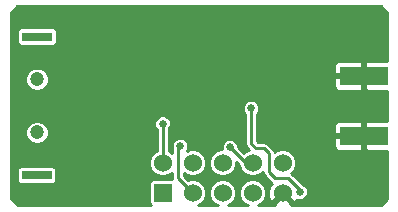
<source format=gbl>
G04 (created by PCBNEW (2013-07-07 BZR 4022)-stable) date 2015/9/10 11:53:31*
%MOIN*%
G04 Gerber Fmt 3.4, Leading zero omitted, Abs format*
%FSLAX34Y34*%
G01*
G70*
G90*
G04 APERTURE LIST*
%ADD10C,0.00590551*%
%ADD11R,0.16X0.06*%
%ADD12R,0.06X0.06*%
%ADD13C,0.06*%
%ADD14R,0.1024X0.0315*%
%ADD15C,0.0472*%
%ADD16C,0.025*%
%ADD17C,0.01*%
G04 APERTURE END LIST*
G54D10*
G54D11*
X12028Y-2543D03*
X12028Y-4543D03*
G54D12*
X5323Y-6445D03*
G54D13*
X5323Y-5445D03*
X6323Y-6445D03*
X6323Y-5445D03*
X7323Y-6445D03*
X7323Y-5445D03*
X8323Y-6445D03*
X8323Y-5445D03*
X9323Y-6445D03*
X9323Y-5445D03*
G54D14*
X1132Y-1232D03*
X1117Y-5854D03*
G54D15*
X1132Y-2657D03*
X1132Y-4429D03*
G54D16*
X7559Y-4921D03*
X5315Y-4134D03*
X5906Y-4882D03*
X2520Y-1732D03*
X7323Y-2874D03*
X6457Y-4764D03*
X10039Y-2953D03*
X5157Y-2402D03*
X11300Y-5400D03*
X4331Y-3386D03*
X3701Y-6260D03*
X9900Y-400D03*
X12400Y-900D03*
X7795Y-787D03*
X9823Y-3799D03*
X9800Y-1300D03*
X4685Y-2087D03*
X6181Y-1063D03*
X11772Y-6417D03*
X3425Y-906D03*
X10433Y-2953D03*
X8071Y-984D03*
X10900Y-400D03*
X9055Y-3543D03*
X10433Y-3346D03*
X7992Y-2756D03*
X12700Y-5400D03*
X12400Y-1900D03*
X10300Y-1700D03*
X10800Y-5400D03*
X12700Y-5900D03*
X12300Y-6700D03*
X12300Y-5400D03*
X10800Y-4900D03*
X10827Y-3740D03*
X11772Y-6732D03*
X12700Y-6400D03*
X9800Y-1700D03*
X11400Y-1900D03*
X10236Y-4134D03*
X6732Y-787D03*
X11800Y-5400D03*
X12400Y-400D03*
X8622Y-3189D03*
X10039Y-3543D03*
X2795Y-2165D03*
X12400Y-1400D03*
X4961Y-1850D03*
X9449Y-433D03*
X11400Y-400D03*
X10400Y-400D03*
X9800Y-900D03*
X11900Y-400D03*
X5362Y-3201D03*
X7087Y-945D03*
X8696Y-1490D03*
X11900Y-1900D03*
X10800Y-4400D03*
X4882Y-3386D03*
X2480Y-5433D03*
X8268Y-3622D03*
X9882Y-6417D03*
G54D17*
X8083Y-5445D02*
X8323Y-5445D01*
X7559Y-4921D02*
X8083Y-5445D01*
X5315Y-4134D02*
X5323Y-4142D01*
X5323Y-4142D02*
X5323Y-5445D01*
X5827Y-5949D02*
X6323Y-6445D01*
X5906Y-4882D02*
X5827Y-4961D01*
X5827Y-4961D02*
X5827Y-5949D01*
X10433Y-2953D02*
X10433Y-3346D01*
X12400Y-1900D02*
X12400Y-1400D01*
X10039Y-3543D02*
X10039Y-2953D01*
X12700Y-6400D02*
X12400Y-6700D01*
X10827Y-3740D02*
X10768Y-3799D01*
X9800Y-1300D02*
X9800Y-900D01*
X10768Y-3799D02*
X9823Y-3799D01*
X10800Y-5400D02*
X11300Y-5400D01*
X9867Y-433D02*
X9449Y-433D01*
X12400Y-6700D02*
X12300Y-6700D01*
X11800Y-5400D02*
X12300Y-5400D01*
X12400Y-900D02*
X12400Y-400D01*
X8696Y-1490D02*
X8694Y-1488D01*
X12700Y-5400D02*
X12700Y-5900D01*
X10800Y-4400D02*
X10800Y-4900D01*
X11900Y-400D02*
X11400Y-400D01*
X10300Y-1700D02*
X9800Y-1700D01*
X11400Y-1900D02*
X11900Y-1900D01*
X9900Y-400D02*
X9867Y-433D01*
X10900Y-400D02*
X10400Y-400D01*
X9055Y-5945D02*
X9488Y-5945D01*
X8702Y-4961D02*
X8858Y-5117D01*
X8858Y-5117D02*
X8858Y-5748D01*
X9882Y-6339D02*
X9882Y-6417D01*
X8858Y-5748D02*
X9055Y-5945D01*
X9488Y-5945D02*
X9882Y-6339D01*
X8268Y-4803D02*
X8426Y-4961D01*
X8268Y-3622D02*
X8268Y-4803D01*
X8426Y-4961D02*
X8702Y-4961D01*
G54D10*
G36*
X12806Y-6644D02*
X12588Y-6862D01*
X11978Y-6862D01*
X11978Y-4993D01*
X11978Y-4593D01*
X11978Y-4493D01*
X11978Y-4093D01*
X11978Y-2993D01*
X11978Y-2593D01*
X11978Y-2493D01*
X11978Y-2093D01*
X11928Y-2043D01*
X11267Y-2042D01*
X11188Y-2043D01*
X11114Y-2073D01*
X11058Y-2129D01*
X11027Y-2203D01*
X11028Y-2443D01*
X11078Y-2493D01*
X11978Y-2493D01*
X11978Y-2593D01*
X11078Y-2593D01*
X11028Y-2643D01*
X11027Y-2882D01*
X11058Y-2956D01*
X11114Y-3012D01*
X11188Y-3042D01*
X11267Y-3043D01*
X11928Y-3043D01*
X11978Y-2993D01*
X11978Y-4093D01*
X11928Y-4043D01*
X11267Y-4042D01*
X11188Y-4043D01*
X11114Y-4073D01*
X11058Y-4129D01*
X11027Y-4203D01*
X11028Y-4443D01*
X11078Y-4493D01*
X11978Y-4493D01*
X11978Y-4593D01*
X11078Y-4593D01*
X11028Y-4643D01*
X11027Y-4882D01*
X11058Y-4956D01*
X11114Y-5012D01*
X11188Y-5042D01*
X11267Y-5043D01*
X11928Y-5043D01*
X11978Y-4993D01*
X11978Y-6862D01*
X10157Y-6862D01*
X10157Y-6362D01*
X10115Y-6261D01*
X10037Y-6184D01*
X9989Y-6164D01*
X9629Y-5803D01*
X9612Y-5792D01*
X9704Y-5700D01*
X9772Y-5534D01*
X9773Y-5355D01*
X9704Y-5190D01*
X9578Y-5063D01*
X9412Y-4995D01*
X9233Y-4994D01*
X9068Y-5063D01*
X9050Y-5080D01*
X9042Y-5040D01*
X9042Y-5040D01*
X9028Y-5018D01*
X8999Y-4975D01*
X8999Y-4975D01*
X8843Y-4819D01*
X8778Y-4776D01*
X8702Y-4761D01*
X8508Y-4761D01*
X8468Y-4720D01*
X8468Y-3810D01*
X8500Y-3777D01*
X8542Y-3676D01*
X8543Y-3567D01*
X8501Y-3466D01*
X8423Y-3389D01*
X8322Y-3347D01*
X8213Y-3346D01*
X8112Y-3388D01*
X8035Y-3466D01*
X7993Y-3567D01*
X7992Y-3676D01*
X8034Y-3777D01*
X8068Y-3810D01*
X8068Y-4803D01*
X8083Y-4879D01*
X8126Y-4944D01*
X8193Y-5011D01*
X8068Y-5063D01*
X8026Y-5105D01*
X7834Y-4913D01*
X7834Y-4866D01*
X7792Y-4765D01*
X7714Y-4688D01*
X7613Y-4646D01*
X7504Y-4645D01*
X7403Y-4687D01*
X7326Y-4765D01*
X7284Y-4866D01*
X7283Y-4975D01*
X7292Y-4994D01*
X7233Y-4994D01*
X7068Y-5063D01*
X6941Y-5189D01*
X6873Y-5355D01*
X6872Y-5534D01*
X6941Y-5699D01*
X7067Y-5826D01*
X7233Y-5894D01*
X7412Y-5895D01*
X7577Y-5826D01*
X7704Y-5700D01*
X7772Y-5534D01*
X7773Y-5417D01*
X7872Y-5517D01*
X7872Y-5534D01*
X7941Y-5699D01*
X8067Y-5826D01*
X8233Y-5894D01*
X8412Y-5895D01*
X8577Y-5826D01*
X8658Y-5746D01*
X8658Y-5748D01*
X8673Y-5824D01*
X8716Y-5889D01*
X8913Y-6086D01*
X8942Y-6105D01*
X8927Y-6120D01*
X8964Y-6157D01*
X8883Y-6187D01*
X8818Y-6375D01*
X8829Y-6573D01*
X8883Y-6702D01*
X8964Y-6732D01*
X9252Y-6445D01*
X9246Y-6439D01*
X9317Y-6368D01*
X9323Y-6374D01*
X9328Y-6368D01*
X9399Y-6439D01*
X9393Y-6445D01*
X9681Y-6732D01*
X9762Y-6702D01*
X9774Y-6669D01*
X9827Y-6691D01*
X9936Y-6692D01*
X10037Y-6650D01*
X10114Y-6572D01*
X10156Y-6471D01*
X10157Y-6362D01*
X10157Y-6862D01*
X9589Y-6862D01*
X9610Y-6803D01*
X9323Y-6515D01*
X9252Y-6586D01*
X9035Y-6803D01*
X9056Y-6862D01*
X8492Y-6862D01*
X8577Y-6826D01*
X8704Y-6700D01*
X8772Y-6534D01*
X8773Y-6355D01*
X8704Y-6190D01*
X8578Y-6063D01*
X8412Y-5995D01*
X8233Y-5994D01*
X8068Y-6063D01*
X7941Y-6189D01*
X7873Y-6355D01*
X7872Y-6534D01*
X7941Y-6699D01*
X8067Y-6826D01*
X8153Y-6862D01*
X7492Y-6862D01*
X7577Y-6826D01*
X7704Y-6700D01*
X7772Y-6534D01*
X7773Y-6355D01*
X7704Y-6190D01*
X7578Y-6063D01*
X7412Y-5995D01*
X7233Y-5994D01*
X7068Y-6063D01*
X6941Y-6189D01*
X6873Y-6355D01*
X6872Y-6534D01*
X6941Y-6699D01*
X7067Y-6826D01*
X7153Y-6862D01*
X6492Y-6862D01*
X6577Y-6826D01*
X6704Y-6700D01*
X6772Y-6534D01*
X6773Y-6355D01*
X6704Y-6190D01*
X6578Y-6063D01*
X6412Y-5995D01*
X6233Y-5994D01*
X6178Y-6017D01*
X6027Y-5866D01*
X6027Y-5785D01*
X6067Y-5826D01*
X6233Y-5894D01*
X6412Y-5895D01*
X6577Y-5826D01*
X6704Y-5700D01*
X6772Y-5534D01*
X6773Y-5355D01*
X6704Y-5190D01*
X6578Y-5063D01*
X6412Y-4995D01*
X6233Y-4994D01*
X6140Y-5033D01*
X6180Y-4936D01*
X6181Y-4827D01*
X6139Y-4726D01*
X6061Y-4649D01*
X5960Y-4607D01*
X5851Y-4606D01*
X5750Y-4648D01*
X5673Y-4726D01*
X5631Y-4827D01*
X5630Y-4936D01*
X5631Y-4937D01*
X5627Y-4961D01*
X5627Y-5112D01*
X5578Y-5063D01*
X5523Y-5040D01*
X5523Y-4314D01*
X5547Y-4289D01*
X5589Y-4188D01*
X5590Y-4079D01*
X5548Y-3978D01*
X5470Y-3901D01*
X5369Y-3859D01*
X5260Y-3858D01*
X5159Y-3900D01*
X5082Y-3978D01*
X5040Y-4079D01*
X5039Y-4188D01*
X5081Y-4289D01*
X5123Y-4330D01*
X5123Y-5040D01*
X5068Y-5063D01*
X4941Y-5189D01*
X4873Y-5355D01*
X4872Y-5534D01*
X4941Y-5699D01*
X5067Y-5826D01*
X5233Y-5894D01*
X5412Y-5895D01*
X5577Y-5826D01*
X5627Y-5777D01*
X5627Y-5949D01*
X5636Y-5995D01*
X5593Y-5994D01*
X4993Y-5994D01*
X4938Y-6017D01*
X4895Y-6059D01*
X4873Y-6115D01*
X4872Y-6174D01*
X4872Y-6774D01*
X4895Y-6829D01*
X4927Y-6862D01*
X1794Y-6862D01*
X1794Y-1359D01*
X1794Y-1044D01*
X1771Y-989D01*
X1729Y-947D01*
X1673Y-924D01*
X1614Y-924D01*
X590Y-924D01*
X535Y-947D01*
X492Y-989D01*
X470Y-1044D01*
X469Y-1104D01*
X469Y-1419D01*
X492Y-1474D01*
X534Y-1516D01*
X590Y-1539D01*
X649Y-1539D01*
X1673Y-1539D01*
X1728Y-1516D01*
X1771Y-1474D01*
X1793Y-1419D01*
X1794Y-1359D01*
X1794Y-6862D01*
X1779Y-6862D01*
X1779Y-5981D01*
X1779Y-5666D01*
X1756Y-5611D01*
X1714Y-5569D01*
X1658Y-5546D01*
X1599Y-5546D01*
X1518Y-5546D01*
X1518Y-4352D01*
X1518Y-2580D01*
X1459Y-2438D01*
X1350Y-2329D01*
X1209Y-2271D01*
X1055Y-2270D01*
X913Y-2329D01*
X804Y-2438D01*
X746Y-2579D01*
X745Y-2733D01*
X804Y-2875D01*
X913Y-2984D01*
X1054Y-3042D01*
X1208Y-3043D01*
X1350Y-2984D01*
X1459Y-2875D01*
X1517Y-2734D01*
X1518Y-2580D01*
X1518Y-4352D01*
X1459Y-4210D01*
X1350Y-4101D01*
X1209Y-4043D01*
X1055Y-4042D01*
X913Y-4101D01*
X804Y-4210D01*
X746Y-4351D01*
X745Y-4505D01*
X804Y-4647D01*
X913Y-4756D01*
X1054Y-4814D01*
X1208Y-4815D01*
X1350Y-4756D01*
X1459Y-4647D01*
X1517Y-4506D01*
X1518Y-4352D01*
X1518Y-5546D01*
X575Y-5546D01*
X520Y-5569D01*
X477Y-5611D01*
X455Y-5666D01*
X454Y-5726D01*
X454Y-6041D01*
X477Y-6096D01*
X519Y-6138D01*
X575Y-6161D01*
X634Y-6161D01*
X1658Y-6161D01*
X1713Y-6138D01*
X1756Y-6096D01*
X1778Y-6041D01*
X1779Y-5981D01*
X1779Y-6862D01*
X482Y-6862D01*
X264Y-6643D01*
X264Y-442D01*
X481Y-225D01*
X12589Y-225D01*
X12806Y-441D01*
X12806Y-2042D01*
X12788Y-2042D01*
X12128Y-2043D01*
X12078Y-2093D01*
X12078Y-2493D01*
X12085Y-2493D01*
X12085Y-2593D01*
X12078Y-2593D01*
X12078Y-2993D01*
X12128Y-3043D01*
X12788Y-3043D01*
X12806Y-3043D01*
X12806Y-4042D01*
X12788Y-4042D01*
X12128Y-4043D01*
X12078Y-4093D01*
X12078Y-4493D01*
X12085Y-4493D01*
X12085Y-4593D01*
X12078Y-4593D01*
X12078Y-4993D01*
X12128Y-5043D01*
X12788Y-5043D01*
X12806Y-5043D01*
X12806Y-6644D01*
X12806Y-6644D01*
G37*
G54D17*
X12806Y-6644D02*
X12588Y-6862D01*
X11978Y-6862D01*
X11978Y-4993D01*
X11978Y-4593D01*
X11978Y-4493D01*
X11978Y-4093D01*
X11978Y-2993D01*
X11978Y-2593D01*
X11978Y-2493D01*
X11978Y-2093D01*
X11928Y-2043D01*
X11267Y-2042D01*
X11188Y-2043D01*
X11114Y-2073D01*
X11058Y-2129D01*
X11027Y-2203D01*
X11028Y-2443D01*
X11078Y-2493D01*
X11978Y-2493D01*
X11978Y-2593D01*
X11078Y-2593D01*
X11028Y-2643D01*
X11027Y-2882D01*
X11058Y-2956D01*
X11114Y-3012D01*
X11188Y-3042D01*
X11267Y-3043D01*
X11928Y-3043D01*
X11978Y-2993D01*
X11978Y-4093D01*
X11928Y-4043D01*
X11267Y-4042D01*
X11188Y-4043D01*
X11114Y-4073D01*
X11058Y-4129D01*
X11027Y-4203D01*
X11028Y-4443D01*
X11078Y-4493D01*
X11978Y-4493D01*
X11978Y-4593D01*
X11078Y-4593D01*
X11028Y-4643D01*
X11027Y-4882D01*
X11058Y-4956D01*
X11114Y-5012D01*
X11188Y-5042D01*
X11267Y-5043D01*
X11928Y-5043D01*
X11978Y-4993D01*
X11978Y-6862D01*
X10157Y-6862D01*
X10157Y-6362D01*
X10115Y-6261D01*
X10037Y-6184D01*
X9989Y-6164D01*
X9629Y-5803D01*
X9612Y-5792D01*
X9704Y-5700D01*
X9772Y-5534D01*
X9773Y-5355D01*
X9704Y-5190D01*
X9578Y-5063D01*
X9412Y-4995D01*
X9233Y-4994D01*
X9068Y-5063D01*
X9050Y-5080D01*
X9042Y-5040D01*
X9042Y-5040D01*
X9028Y-5018D01*
X8999Y-4975D01*
X8999Y-4975D01*
X8843Y-4819D01*
X8778Y-4776D01*
X8702Y-4761D01*
X8508Y-4761D01*
X8468Y-4720D01*
X8468Y-3810D01*
X8500Y-3777D01*
X8542Y-3676D01*
X8543Y-3567D01*
X8501Y-3466D01*
X8423Y-3389D01*
X8322Y-3347D01*
X8213Y-3346D01*
X8112Y-3388D01*
X8035Y-3466D01*
X7993Y-3567D01*
X7992Y-3676D01*
X8034Y-3777D01*
X8068Y-3810D01*
X8068Y-4803D01*
X8083Y-4879D01*
X8126Y-4944D01*
X8193Y-5011D01*
X8068Y-5063D01*
X8026Y-5105D01*
X7834Y-4913D01*
X7834Y-4866D01*
X7792Y-4765D01*
X7714Y-4688D01*
X7613Y-4646D01*
X7504Y-4645D01*
X7403Y-4687D01*
X7326Y-4765D01*
X7284Y-4866D01*
X7283Y-4975D01*
X7292Y-4994D01*
X7233Y-4994D01*
X7068Y-5063D01*
X6941Y-5189D01*
X6873Y-5355D01*
X6872Y-5534D01*
X6941Y-5699D01*
X7067Y-5826D01*
X7233Y-5894D01*
X7412Y-5895D01*
X7577Y-5826D01*
X7704Y-5700D01*
X7772Y-5534D01*
X7773Y-5417D01*
X7872Y-5517D01*
X7872Y-5534D01*
X7941Y-5699D01*
X8067Y-5826D01*
X8233Y-5894D01*
X8412Y-5895D01*
X8577Y-5826D01*
X8658Y-5746D01*
X8658Y-5748D01*
X8673Y-5824D01*
X8716Y-5889D01*
X8913Y-6086D01*
X8942Y-6105D01*
X8927Y-6120D01*
X8964Y-6157D01*
X8883Y-6187D01*
X8818Y-6375D01*
X8829Y-6573D01*
X8883Y-6702D01*
X8964Y-6732D01*
X9252Y-6445D01*
X9246Y-6439D01*
X9317Y-6368D01*
X9323Y-6374D01*
X9328Y-6368D01*
X9399Y-6439D01*
X9393Y-6445D01*
X9681Y-6732D01*
X9762Y-6702D01*
X9774Y-6669D01*
X9827Y-6691D01*
X9936Y-6692D01*
X10037Y-6650D01*
X10114Y-6572D01*
X10156Y-6471D01*
X10157Y-6362D01*
X10157Y-6862D01*
X9589Y-6862D01*
X9610Y-6803D01*
X9323Y-6515D01*
X9252Y-6586D01*
X9035Y-6803D01*
X9056Y-6862D01*
X8492Y-6862D01*
X8577Y-6826D01*
X8704Y-6700D01*
X8772Y-6534D01*
X8773Y-6355D01*
X8704Y-6190D01*
X8578Y-6063D01*
X8412Y-5995D01*
X8233Y-5994D01*
X8068Y-6063D01*
X7941Y-6189D01*
X7873Y-6355D01*
X7872Y-6534D01*
X7941Y-6699D01*
X8067Y-6826D01*
X8153Y-6862D01*
X7492Y-6862D01*
X7577Y-6826D01*
X7704Y-6700D01*
X7772Y-6534D01*
X7773Y-6355D01*
X7704Y-6190D01*
X7578Y-6063D01*
X7412Y-5995D01*
X7233Y-5994D01*
X7068Y-6063D01*
X6941Y-6189D01*
X6873Y-6355D01*
X6872Y-6534D01*
X6941Y-6699D01*
X7067Y-6826D01*
X7153Y-6862D01*
X6492Y-6862D01*
X6577Y-6826D01*
X6704Y-6700D01*
X6772Y-6534D01*
X6773Y-6355D01*
X6704Y-6190D01*
X6578Y-6063D01*
X6412Y-5995D01*
X6233Y-5994D01*
X6178Y-6017D01*
X6027Y-5866D01*
X6027Y-5785D01*
X6067Y-5826D01*
X6233Y-5894D01*
X6412Y-5895D01*
X6577Y-5826D01*
X6704Y-5700D01*
X6772Y-5534D01*
X6773Y-5355D01*
X6704Y-5190D01*
X6578Y-5063D01*
X6412Y-4995D01*
X6233Y-4994D01*
X6140Y-5033D01*
X6180Y-4936D01*
X6181Y-4827D01*
X6139Y-4726D01*
X6061Y-4649D01*
X5960Y-4607D01*
X5851Y-4606D01*
X5750Y-4648D01*
X5673Y-4726D01*
X5631Y-4827D01*
X5630Y-4936D01*
X5631Y-4937D01*
X5627Y-4961D01*
X5627Y-5112D01*
X5578Y-5063D01*
X5523Y-5040D01*
X5523Y-4314D01*
X5547Y-4289D01*
X5589Y-4188D01*
X5590Y-4079D01*
X5548Y-3978D01*
X5470Y-3901D01*
X5369Y-3859D01*
X5260Y-3858D01*
X5159Y-3900D01*
X5082Y-3978D01*
X5040Y-4079D01*
X5039Y-4188D01*
X5081Y-4289D01*
X5123Y-4330D01*
X5123Y-5040D01*
X5068Y-5063D01*
X4941Y-5189D01*
X4873Y-5355D01*
X4872Y-5534D01*
X4941Y-5699D01*
X5067Y-5826D01*
X5233Y-5894D01*
X5412Y-5895D01*
X5577Y-5826D01*
X5627Y-5777D01*
X5627Y-5949D01*
X5636Y-5995D01*
X5593Y-5994D01*
X4993Y-5994D01*
X4938Y-6017D01*
X4895Y-6059D01*
X4873Y-6115D01*
X4872Y-6174D01*
X4872Y-6774D01*
X4895Y-6829D01*
X4927Y-6862D01*
X1794Y-6862D01*
X1794Y-1359D01*
X1794Y-1044D01*
X1771Y-989D01*
X1729Y-947D01*
X1673Y-924D01*
X1614Y-924D01*
X590Y-924D01*
X535Y-947D01*
X492Y-989D01*
X470Y-1044D01*
X469Y-1104D01*
X469Y-1419D01*
X492Y-1474D01*
X534Y-1516D01*
X590Y-1539D01*
X649Y-1539D01*
X1673Y-1539D01*
X1728Y-1516D01*
X1771Y-1474D01*
X1793Y-1419D01*
X1794Y-1359D01*
X1794Y-6862D01*
X1779Y-6862D01*
X1779Y-5981D01*
X1779Y-5666D01*
X1756Y-5611D01*
X1714Y-5569D01*
X1658Y-5546D01*
X1599Y-5546D01*
X1518Y-5546D01*
X1518Y-4352D01*
X1518Y-2580D01*
X1459Y-2438D01*
X1350Y-2329D01*
X1209Y-2271D01*
X1055Y-2270D01*
X913Y-2329D01*
X804Y-2438D01*
X746Y-2579D01*
X745Y-2733D01*
X804Y-2875D01*
X913Y-2984D01*
X1054Y-3042D01*
X1208Y-3043D01*
X1350Y-2984D01*
X1459Y-2875D01*
X1517Y-2734D01*
X1518Y-2580D01*
X1518Y-4352D01*
X1459Y-4210D01*
X1350Y-4101D01*
X1209Y-4043D01*
X1055Y-4042D01*
X913Y-4101D01*
X804Y-4210D01*
X746Y-4351D01*
X745Y-4505D01*
X804Y-4647D01*
X913Y-4756D01*
X1054Y-4814D01*
X1208Y-4815D01*
X1350Y-4756D01*
X1459Y-4647D01*
X1517Y-4506D01*
X1518Y-4352D01*
X1518Y-5546D01*
X575Y-5546D01*
X520Y-5569D01*
X477Y-5611D01*
X455Y-5666D01*
X454Y-5726D01*
X454Y-6041D01*
X477Y-6096D01*
X519Y-6138D01*
X575Y-6161D01*
X634Y-6161D01*
X1658Y-6161D01*
X1713Y-6138D01*
X1756Y-6096D01*
X1778Y-6041D01*
X1779Y-5981D01*
X1779Y-6862D01*
X482Y-6862D01*
X264Y-6643D01*
X264Y-442D01*
X481Y-225D01*
X12589Y-225D01*
X12806Y-441D01*
X12806Y-2042D01*
X12788Y-2042D01*
X12128Y-2043D01*
X12078Y-2093D01*
X12078Y-2493D01*
X12085Y-2493D01*
X12085Y-2593D01*
X12078Y-2593D01*
X12078Y-2993D01*
X12128Y-3043D01*
X12788Y-3043D01*
X12806Y-3043D01*
X12806Y-4042D01*
X12788Y-4042D01*
X12128Y-4043D01*
X12078Y-4093D01*
X12078Y-4493D01*
X12085Y-4493D01*
X12085Y-4593D01*
X12078Y-4593D01*
X12078Y-4993D01*
X12128Y-5043D01*
X12788Y-5043D01*
X12806Y-5043D01*
X12806Y-6644D01*
M02*

</source>
